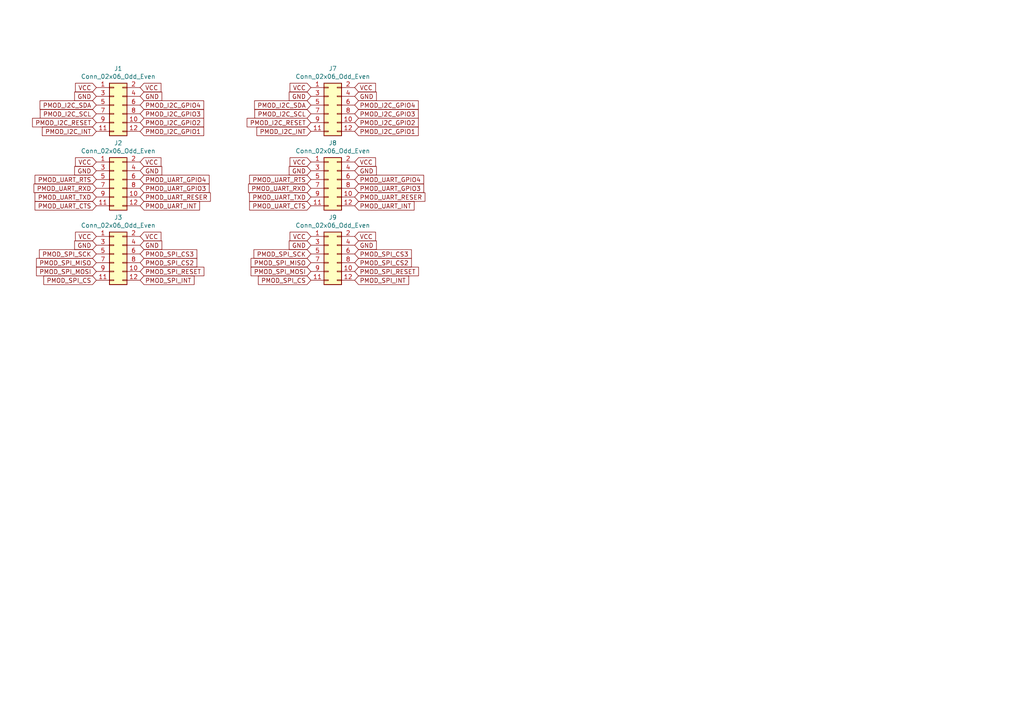
<source format=kicad_sch>
(kicad_sch (version 20211123) (generator eeschema)
  (paper "A4")
  (lib_symbols
    (symbol "Connector_Generic:Conn_02x06_Odd_Even" (pin_names (offset 1.016) hide)
      (property "Reference" "J" (at 1.27 7.62 0))
      (property "Value" "Conn_02x06_Odd_Even" (at 1.27 -10.16 0))
      (symbol "Conn_02x06_Odd_Even_1_1"
        (rectangle (start -1.27 -7.493) (end 0 -7.747) (stroke (width 0.1524)))
        (rectangle (start -1.27 -4.953) (end 0 -5.207) (stroke (width 0.1524)))
        (rectangle (start -1.27 -2.413) (end 0 -2.667) (stroke (width 0.1524)))
        (rectangle (start -1.27 0.127) (end 0 -0.127) (stroke (width 0.1524)))
        (rectangle (start -1.27 2.667) (end 0 2.413) (stroke (width 0.1524)))
        (rectangle (start -1.27 5.207) (end 0 4.953) (stroke (width 0.1524)))
        (rectangle (start -1.27 6.35) (end 3.81 -8.89) (stroke (width 0.254)) (fill (type background)))
        (rectangle (start 3.81 -7.493) (end 2.54 -7.747) (stroke (width 0.1524)))
        (rectangle (start 3.81 -4.953) (end 2.54 -5.207) (stroke (width 0.1524)))
        (rectangle (start 3.81 -2.413) (end 2.54 -2.667) (stroke (width 0.1524)))
        (rectangle (start 3.81 0.127) (end 2.54 -0.127) (stroke (width 0.1524)))
        (rectangle (start 3.81 2.667) (end 2.54 2.413) (stroke (width 0.1524)))
        (rectangle (start 3.81 5.207) (end 2.54 4.953) (stroke (width 0.1524)))
        (pin passive line (at -5.08 5.08 0) (length 3.81) (name "Pin_1") (number "1"))
        (pin passive line (at 7.62 -5.08 180) (length 3.81) (name "Pin_10") (number "10"))
        (pin passive line (at -5.08 -7.62 0) (length 3.81) (name "Pin_11") (number "11"))
        (pin passive line (at 7.62 -7.62 180) (length 3.81) (name "Pin_12") (number "12"))
        (pin passive line (at 7.62 5.08 180) (length 3.81) (name "Pin_2") (number "2"))
        (pin passive line (at -5.08 2.54 0) (length 3.81) (name "Pin_3") (number "3"))
        (pin passive line (at 7.62 2.54 180) (length 3.81) (name "Pin_4") (number "4"))
        (pin passive line (at -5.08 0 0) (length 3.81) (name "Pin_5") (number "5"))
        (pin passive line (at 7.62 0 180) (length 3.81) (name "Pin_6") (number "6"))
        (pin passive line (at -5.08 -2.54 0) (length 3.81) (name "Pin_7") (number "7"))
        (pin passive line (at 7.62 -2.54 180) (length 3.81) (name "Pin_8") (number "8"))
        (pin passive line (at -5.08 -5.08 0) (length 3.81) (name "Pin_9") (number "9"))
      )
    )
  )
  (global_label "PMOD_SPI_MISO" (shape input) (at 27.94 76.2 180) (property "Intersheet-verwijzingen" "${INTERSHEET_REFS}" (effects hide)))
  (global_label "GND" (shape input) (at 40.64 49.53 0) (property "Intersheet-verwijzingen" "${INTERSHEET_REFS}" (effects hide)))
  (global_label "PMOD_UART_TXD" (shape input) (at 90.17 57.15 180) (property "Intersheet-verwijzingen" "${INTERSHEET_REFS}" (effects hide)))
  (global_label "PMOD_SPI_CS3" (shape input) (at 102.87 73.66 0) (property "Intersheet-verwijzingen" "${INTERSHEET_REFS}" (effects hide)))
  (global_label "PMOD_UART_RTS" (shape input) (at 27.94 52.07 180) (property "Intersheet-verwijzingen" "${INTERSHEET_REFS}" (effects hide)))
  (global_label "PMOD_UART_CTS" (shape input) (at 90.17 59.69 180) (property "Intersheet-verwijzingen" "${INTERSHEET_REFS}" (effects hide)))
  (global_label "GND" (shape input) (at 102.87 49.53 0) (property "Intersheet-verwijzingen" "${INTERSHEET_REFS}" (effects hide)))
  (global_label "GND" (shape input) (at 40.64 27.94 0) (property "Intersheet-verwijzingen" "${INTERSHEET_REFS}" (effects hide)))
  (global_label "PMOD_I2C_GPIO4" (shape input) (at 102.87 30.48 0) (property "Intersheet-verwijzingen" "${INTERSHEET_REFS}" (effects hide)))
  (global_label "PMOD_SPI_INT" (shape input) (at 102.87 81.28 0) (property "Intersheet-verwijzingen" "${INTERSHEET_REFS}" (effects hide)))
  (global_label "PMOD_I2C_SDA" (shape input) (at 27.94 30.48 180) (property "Intersheet-verwijzingen" "${INTERSHEET_REFS}" (effects hide)))
  (global_label "VCC" (shape input) (at 90.17 25.4 180) (property "Intersheet-verwijzingen" "${INTERSHEET_REFS}" (effects hide)))
  (global_label "VCC" (shape input) (at 27.94 46.99 180) (property "Intersheet-verwijzingen" "${INTERSHEET_REFS}" (effects hide)))
  (global_label "PMOD_I2C_RESET" (shape input) (at 90.17 35.56 180) (property "Intersheet-verwijzingen" "${INTERSHEET_REFS}" (effects hide)))
  (global_label "VCC" (shape input) (at 102.87 46.99 0) (property "Intersheet-verwijzingen" "${INTERSHEET_REFS}" (effects hide)))
  (global_label "GND" (shape input) (at 102.87 71.12 0) (property "Intersheet-verwijzingen" "${INTERSHEET_REFS}" (effects hide)))
  (global_label "VCC" (shape input) (at 27.94 68.58 180) (property "Intersheet-verwijzingen" "${INTERSHEET_REFS}" (effects hide)))
  (global_label "GND" (shape input) (at 90.17 27.94 180) (property "Intersheet-verwijzingen" "${INTERSHEET_REFS}" (effects hide)))
  (global_label "PMOD_SPI_CS2" (shape input) (at 40.64 76.2 0) (property "Intersheet-verwijzingen" "${INTERSHEET_REFS}" (effects hide)))
  (global_label "VCC" (shape input) (at 40.64 46.99 0) (property "Intersheet-verwijzingen" "${INTERSHEET_REFS}" (effects hide)))
  (global_label "GND" (shape input) (at 90.17 49.53 180) (property "Intersheet-verwijzingen" "${INTERSHEET_REFS}" (effects hide)))
  (global_label "PMOD_UART_INT" (shape input) (at 40.64 59.69 0) (property "Intersheet-verwijzingen" "${INTERSHEET_REFS}" (effects hide)))
  (global_label "PMOD_I2C_RESET" (shape input) (at 27.94 35.56 180) (property "Intersheet-verwijzingen" "${INTERSHEET_REFS}" (effects hide)))
  (global_label "PMOD_UART_RXD" (shape input) (at 90.17 54.61 180) (property "Intersheet-verwijzingen" "${INTERSHEET_REFS}" (effects hide)))
  (global_label "PMOD_UART_TXD" (shape input) (at 27.94 57.15 180) (property "Intersheet-verwijzingen" "${INTERSHEET_REFS}" (effects hide)))
  (global_label "VCC" (shape input) (at 90.17 46.99 180) (property "Intersheet-verwijzingen" "${INTERSHEET_REFS}" (effects hide)))
  (global_label "PMOD_UART_GPIO4" (shape input) (at 40.64 52.07 0) (property "Intersheet-verwijzingen" "${INTERSHEET_REFS}" (effects hide)))
  (global_label "PMOD_UART_INT" (shape input) (at 102.87 59.69 0) (property "Intersheet-verwijzingen" "${INTERSHEET_REFS}" (effects hide)))
  (global_label "GND" (shape input) (at 27.94 71.12 180) (property "Intersheet-verwijzingen" "${INTERSHEET_REFS}" (effects hide)))
  (global_label "GND" (shape input) (at 27.94 27.94 180) (property "Intersheet-verwijzingen" "${INTERSHEET_REFS}" (effects hide)))
  (global_label "PMOD_SPI_MISO" (shape input) (at 90.17 76.2 180) (property "Intersheet-verwijzingen" "${INTERSHEET_REFS}" (effects hide)))
  (global_label "PMOD_SPI_MOSI" (shape input) (at 90.17 78.74 180) (property "Intersheet-verwijzingen" "${INTERSHEET_REFS}" (effects hide)))
  (global_label "PMOD_SPI_CS" (shape input) (at 90.17 81.28 180) (property "Intersheet-verwijzingen" "${INTERSHEET_REFS}" (effects hide)))
  (global_label "GND" (shape input) (at 40.64 71.12 0) (property "Intersheet-verwijzingen" "${INTERSHEET_REFS}" (effects hide)))
  (global_label "PMOD_UART_GPIO3" (shape input) (at 40.64 54.61 0) (property "Intersheet-verwijzingen" "${INTERSHEET_REFS}" (effects hide)))
  (global_label "VCC" (shape input) (at 40.64 68.58 0) (property "Intersheet-verwijzingen" "${INTERSHEET_REFS}" (effects hide)))
  (global_label "PMOD_UART_RESER" (shape input) (at 40.64 57.15 0) (property "Intersheet-verwijzingen" "${INTERSHEET_REFS}" (effects hide)))
  (global_label "PMOD_I2C_GPIO3" (shape input) (at 40.64 33.02 0) (property "Intersheet-verwijzingen" "${INTERSHEET_REFS}" (effects hide)))
  (global_label "PMOD_I2C_GPIO1" (shape input) (at 40.64 38.1 0) (property "Intersheet-verwijzingen" "${INTERSHEET_REFS}" (effects hide)))
  (global_label "PMOD_I2C_INT" (shape input) (at 27.94 38.1 180) (property "Intersheet-verwijzingen" "${INTERSHEET_REFS}" (effects hide)))
  (global_label "PMOD_SPI_MOSI" (shape input) (at 27.94 78.74 180) (property "Intersheet-verwijzingen" "${INTERSHEET_REFS}" (effects hide)))
  (global_label "PMOD_SPI_CS" (shape input) (at 27.94 81.28 180) (property "Intersheet-verwijzingen" "${INTERSHEET_REFS}" (effects hide)))
  (global_label "PMOD_SPI_SCK" (shape input) (at 90.17 73.66 180) (property "Intersheet-verwijzingen" "${INTERSHEET_REFS}" (effects hide)))
  (global_label "PMOD_UART_RTS" (shape input) (at 90.17 52.07 180) (property "Intersheet-verwijzingen" "${INTERSHEET_REFS}" (effects hide)))
  (global_label "PMOD_I2C_GPIO1" (shape input) (at 102.87 38.1 0) (property "Intersheet-verwijzingen" "${INTERSHEET_REFS}" (effects hide)))
  (global_label "PMOD_UART_GPIO4" (shape input) (at 102.87 52.07 0) (property "Intersheet-verwijzingen" "${INTERSHEET_REFS}" (effects hide)))
  (global_label "PMOD_I2C_GPIO2" (shape input) (at 40.64 35.56 0) (property "Intersheet-verwijzingen" "${INTERSHEET_REFS}" (effects hide)))
  (global_label "GND" (shape input) (at 90.17 71.12 180) (property "Intersheet-verwijzingen" "${INTERSHEET_REFS}" (effects hide)))
  (global_label "VCC" (shape input) (at 40.64 25.4 0) (property "Intersheet-verwijzingen" "${INTERSHEET_REFS}" (effects hide)))
  (global_label "PMOD_UART_CTS" (shape input) (at 27.94 59.69 180) (property "Intersheet-verwijzingen" "${INTERSHEET_REFS}" (effects hide)))
  (global_label "GND" (shape input) (at 102.87 27.94 0) (property "Intersheet-verwijzingen" "${INTERSHEET_REFS}" (effects hide)))
  (global_label "PMOD_SPI_CS3" (shape input) (at 40.64 73.66 0) (property "Intersheet-verwijzingen" "${INTERSHEET_REFS}" (effects hide)))
  (global_label "PMOD_I2C_SCL" (shape input) (at 90.17 33.02 180) (property "Intersheet-verwijzingen" "${INTERSHEET_REFS}" (effects hide)))
  (global_label "PMOD_SPI_RESET" (shape input) (at 40.64 78.74 0) (property "Intersheet-verwijzingen" "${INTERSHEET_REFS}" (effects hide)))
  (global_label "PMOD_SPI_INT" (shape input) (at 40.64 81.28 0) (property "Intersheet-verwijzingen" "${INTERSHEET_REFS}" (effects hide)))
  (global_label "PMOD_I2C_SCL" (shape input) (at 27.94 33.02 180) (property "Intersheet-verwijzingen" "${INTERSHEET_REFS}" (effects hide)))
  (global_label "PMOD_SPI_RESET" (shape input) (at 102.87 78.74 0) (property "Intersheet-verwijzingen" "${INTERSHEET_REFS}" (effects hide)))
  (global_label "VCC" (shape input) (at 102.87 68.58 0) (property "Intersheet-verwijzingen" "${INTERSHEET_REFS}" (effects hide)))
  (global_label "PMOD_I2C_GPIO4" (shape input) (at 40.64 30.48 0) (property "Intersheet-verwijzingen" "${INTERSHEET_REFS}" (effects hide)))
  (global_label "PMOD_I2C_SDA" (shape input) (at 90.17 30.48 180) (property "Intersheet-verwijzingen" "${INTERSHEET_REFS}" (effects hide)))
  (global_label "PMOD_UART_RXD" (shape input) (at 27.94 54.61 180) (property "Intersheet-verwijzingen" "${INTERSHEET_REFS}" (effects hide)))
  (global_label "PMOD_UART_RESER" (shape input) (at 102.87 57.15 0) (property "Intersheet-verwijzingen" "${INTERSHEET_REFS}" (effects hide)))
  (global_label "PMOD_I2C_INT" (shape input) (at 90.17 38.1 180) (property "Intersheet-verwijzingen" "${INTERSHEET_REFS}" (effects hide)))
  (global_label "PMOD_I2C_GPIO3" (shape input) (at 102.87 33.02 0) (property "Intersheet-verwijzingen" "${INTERSHEET_REFS}" (effects hide)))
  (global_label "PMOD_I2C_GPIO2" (shape input) (at 102.87 35.56 0) (property "Intersheet-verwijzingen" "${INTERSHEET_REFS}" (effects hide)))
  (global_label "VCC" (shape input) (at 90.17 68.58 180) (property "Intersheet-verwijzingen" "${INTERSHEET_REFS}" (effects hide)))
  (global_label "PMOD_SPI_CS2" (shape input) (at 102.87 76.2 0) (property "Intersheet-verwijzingen" "${INTERSHEET_REFS}" (effects hide)))
  (global_label "VCC" (shape input) (at 27.94 25.4 180) (property "Intersheet-verwijzingen" "${INTERSHEET_REFS}" (effects hide)))
  (global_label "PMOD_SPI_SCK" (shape input) (at 27.94 73.66 180) (property "Intersheet-verwijzingen" "${INTERSHEET_REFS}" (effects hide)))
  (global_label "VCC" (shape input) (at 102.87 25.4 0) (property "Intersheet-verwijzingen" "${INTERSHEET_REFS}" (effects hide)))
  (global_label "GND" (shape input) (at 27.94 49.53 180) (property "Intersheet-verwijzingen" "${INTERSHEET_REFS}" (effects hide)))
  (global_label "PMOD_UART_GPIO3" (shape input) (at 102.87 54.61 0) (property "Intersheet-verwijzingen" "${INTERSHEET_REFS}" (effects hide)))
  (symbol (lib_id "Connector_Generic:Conn_02x06_Odd_Even") (at 33.02 30.48 0) (unit 1)
    (property "Reference" "J1" (at 34.29 19.8882 0))
    (property "Value" "Conn_02x06_Odd_Even" (at 34.29 22.1996 0))
    (property "Footprint" "Connector_PinHeader_2.54mm:PinHeader_2x06_P2.54mm_Horizontal" (effects hide))
  )
  (symbol (lib_id "Connector_Generic:Conn_02x06_Odd_Even") (at 33.02 52.07 0) (unit 1)
    (property "Reference" "J2" (at 34.29 41.4782 0))
    (property "Value" "Conn_02x06_Odd_Even" (at 34.29 43.7896 0))
    (property "Footprint" "Connector_PinHeader_2.54mm:PinHeader_2x06_P2.54mm_Horizontal" (effects hide))
  )
  (symbol (lib_id "Connector_Generic:Conn_02x06_Odd_Even") (at 33.02 73.66 0) (unit 1)
    (property "Reference" "J3" (at 34.29 63.0682 0))
    (property "Value" "Conn_02x06_Odd_Even" (at 34.29 65.3796 0))
    (property "Footprint" "Connector_PinHeader_2.54mm:PinHeader_2x06_P2.54mm_Horizontal" (effects hide))
  )
  (symbol (lib_id "Connector_Generic:Conn_02x06_Odd_Even") (at 95.25 30.48 0) (unit 1)
    (property "Reference" "J7" (at 96.52 19.8882 0))
    (property "Value" "Conn_02x06_Odd_Even" (at 96.52 22.1996 0))
    (property "Footprint" "Connector_PinSocket_2.54mm:PinSocket_2x06_P2.54mm_Horizontal" (effects hide))
  )
  (symbol (lib_id "Connector_Generic:Conn_02x06_Odd_Even") (at 95.25 52.07 0) (unit 1)
    (property "Reference" "J8" (at 96.52 41.4782 0))
    (property "Value" "Conn_02x06_Odd_Even" (at 96.52 43.7896 0))
    (property "Footprint" "Connector_PinSocket_2.54mm:PinSocket_2x06_P2.54mm_Horizontal" (effects hide))
  )
  (symbol (lib_id "Connector_Generic:Conn_02x06_Odd_Even") (at 95.25 73.66 0) (unit 1)
    (property "Reference" "J9" (at 96.52 63.0682 0))
    (property "Value" "Conn_02x06_Odd_Even" (at 96.52 65.3796 0))
    (property "Footprint" "Connector_PinSocket_2.54mm:PinSocket_2x06_P2.54mm_Horizontal" (effects hide))
  )
)
</source>
